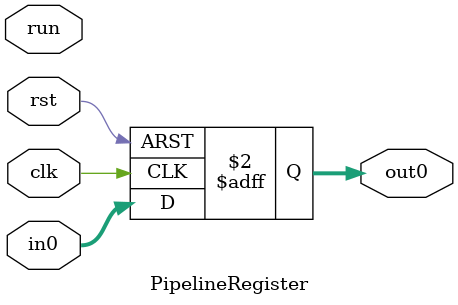
<source format=v>
`timescale 1ns / 1ps
`include "xversat.vh"

module PipelineRegister #(
         parameter DATA_W = 32
      )
      (
         input run,

         input [DATA_W-1:0] in0,

         (* latency = 1 *) output reg [DATA_W-1:0] out0,
      
         input clk,
         input rst
      ); 

always @(posedge clk,posedge rst)
begin
   if(rst) begin
      out0 <= 0;
   end else begin
      out0 <= in0;
   end
end

endmodule

</source>
